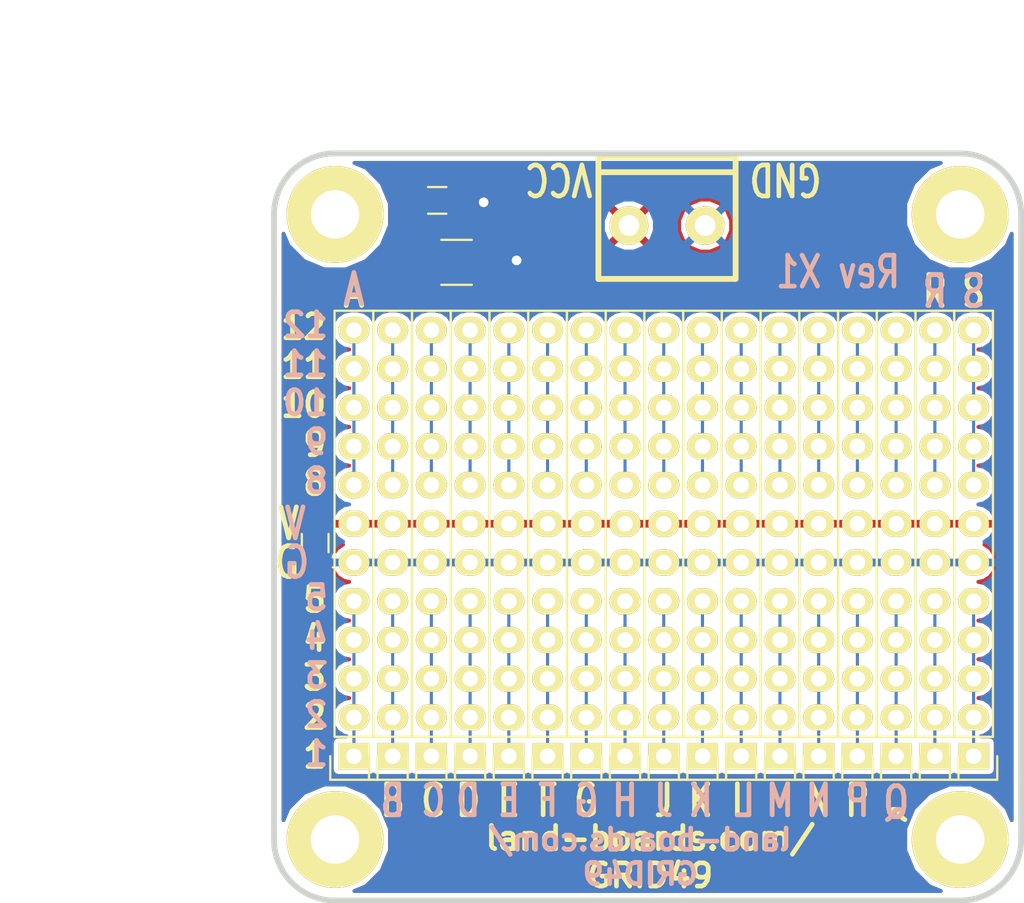
<source format=kicad_pcb>
(kicad_pcb (version 20211014) (generator pcbnew)
  (title_block (date "28 mar 2015") (rev "X1"))
  (layers (0 "F.Cu" signal "Front") (31 "B.Cu" signal "Back") (36 "B.SilkS" user "B.Silkscreen") (37 "F.SilkS" user "F.Silkscreen") (38 "B.Mask" user) (39 "F.Mask" user) (44 "Edge.Cuts" user))
  (net 0 "")
  (net 1 "GND")
  (net 2 "VCC")
  (net 3 "Net-(MTG1-Pad1)")
  (net 4 "Net-(MTG2-Pad1)")
  (net 5 "Net-(MTG3-Pad1)")
  (net 6 "Net-(MTG4-Pad1)")
  (net 7 "Net-(P1-Pad1)")
  (net 8 "Net-(P2-Pad1)")
  (net 9 "Net-(P3-Pad1)")
  (net 10 "Net-(P4-Pad1)")
  (net 11 "Net-(P5-Pad1)")
  (net 12 "Net-(P6-Pad1)")
  (net 13 "Net-(P7-Pad10)")
  (net 14 "Net-(P7-Pad1)")
  (net 15 "Net-(P8-Pad10)")
  (net 16 "Net-(P8-Pad1)")
  (net 17 "Net-(P9-Pad10)")
  (net 18 "Net-(P9-Pad1)")
  (net 19 "Net-(P10-Pad10)")
  (net 20 "Net-(P10-Pad1)")
  (net 21 "Net-(P11-Pad10)")
  (net 22 "Net-(P11-Pad1)")
  (net 23 "Net-(P12-Pad10)")
  (net 24 "Net-(P12-Pad1)")
  (net 25 "Net-(P13-Pad10)")
  (net 26 "Net-(P13-Pad1)")
  (net 27 "Net-(P14-Pad10)")
  (net 28 "Net-(P14-Pad1)")
  (net 29 "Net-(P15-Pad10)")
  (net 30 "Net-(P15-Pad1)")
  (net 31 "Net-(P16-Pad10)")
  (net 32 "Net-(P16-Pad1)")
  (net 33 "Net-(P17-Pad10)")
  (net 34 "Net-(P17-Pad1)")
  (net 35 "Net-(P1-Pad10)")
  (net 36 "Net-(P2-Pad10)")
  (net 37 "Net-(P3-Pad10)")
  (net 38 "Net-(P4-Pad10)")
  (net 39 "Net-(P5-Pad10)")
  (net 40 "Net-(P6-Pad10)")
  (footprint "MTG-4-40" (layer "F.Cu") (at 14 55)
    (fp_text reference "MTG3" hide)
    (fp_text value "CONN_1" hide)
  )
  (footprint "MTG-4-40" (layer "F.Cu") (at 55 55)
    (fp_text reference "MTG4" hide)
    (fp_text value "CONN_1" hide)
  )
  (footprint "MTG-4-40" (layer "F.Cu") (at 55 14)
    (fp_text reference "MTG2" hide)
    (fp_text value "CONN_1" hide)
  )
  (footprint "MTG-4-40" (layer "F.Cu") (at 14 14)
    (fp_text reference "MTG1" hide)
    (fp_text value "CONN_1" hide)
  )
  (footprint "dougsLib:TB2-5MM" (layer "F.Cu") (at 33.274 14.732)
    (fp_text reference "H1" hide)
    (fp_text value "CONN_2" hide)
  )
  (footprint "Pin_Headers:Pin_Header_Straight_1x12" (layer "F.Cu") (at 15.24 49.53 180)
    (fp_text reference "P1" hide)
    (fp_text value "CONN_01X12" hide)
  )
  (footprint "Pin_Headers:Pin_Header_Straight_1x12" (layer "F.Cu") (at 17.78 49.53 180)
    (fp_text reference "P2" hide)
    (fp_text value "CONN_01X12" hide)
  )
  (footprint "Pin_Headers:Pin_Header_Straight_1x12" (layer "F.Cu") (at 20.32 49.53 180)
    (fp_text reference "P3" hide)
    (fp_text value "CONN_01X12" hide)
  )
  (footprint "Pin_Headers:Pin_Header_Straight_1x12" (layer "F.Cu") (at 22.86 49.53 180)
    (fp_text reference "P4" hide)
    (fp_text value "CONN_01X12" hide)
  )
  (footprint "Pin_Headers:Pin_Header_Straight_1x12" (layer "F.Cu") (at 25.4 49.53 180)
    (fp_text reference "P5" hide)
    (fp_text value "CONN_01X12" hide)
  )
  (footprint "Pin_Headers:Pin_Header_Straight_1x12" (layer "F.Cu") (at 27.94 49.53 180)
    (fp_text reference "P6" hide)
    (fp_text value "CONN_01X12" hide)
  )
  (footprint "Pin_Headers:Pin_Header_Straight_1x12" (layer "F.Cu") (at 35.56 49.53 180)
    (fp_text reference "P7" hide)
    (fp_text value "CONN_01X12" hide)
  )
  (footprint "Pin_Headers:Pin_Header_Straight_1x12" (layer "F.Cu") (at 33.02 49.53 180)
    (fp_text reference "P8" hide)
    (fp_text value "CONN_01X12" hide)
  )
  (footprint "Pin_Headers:Pin_Header_Straight_1x12" (layer "F.Cu") (at 40.64 49.53 180)
    (fp_text reference "P9" hide)
    (fp_text value "CONN_01X12" hide)
  )
  (footprint "Pin_Headers:Pin_Header_Straight_1x12" (layer "F.Cu") (at 43.18 49.53 180)
    (fp_text reference "P10" hide)
    (fp_text value "CONN_01X12" hide)
  )
  (footprint "Pin_Headers:Pin_Header_Straight_1x12" (layer "F.Cu") (at 30.48 49.53 180)
    (fp_text reference "P11" hide)
    (fp_text value "CONN_01X12" hide)
  )
  (footprint "Pin_Headers:Pin_Header_Straight_1x12" (layer "F.Cu") (at 38.1 49.53 180)
    (fp_text reference "P12" hide)
    (fp_text value "CONN_01X12" hide)
  )
  (footprint "Pin_Headers:Pin_Header_Straight_1x12" (layer "F.Cu") (at 45.72 49.53 180)
    (fp_text reference "P13" hide)
    (fp_text value "CONN_01X12" hide)
  )
  (footprint "Pin_Headers:Pin_Header_Straight_1x12" (layer "F.Cu") (at 48.26 49.53 180)
    (fp_text reference "P14" hide)
    (fp_text value "CONN_01X12" hide)
  )
  (footprint "Pin_Headers:Pin_Header_Straight_1x12" (layer "F.Cu") (at 50.8 49.53 180)
    (fp_text reference "P15" hide)
    (fp_text value "CONN_01X12" hide)
  )
  (footprint "Pin_Headers:Pin_Header_Straight_1x12" (layer "F.Cu") (at 53.34 49.53 180)
    (fp_text reference "P16" hide)
    (fp_text value "CONN_01X12" hide)
  )
  (footprint "Pin_Headers:Pin_Header_Straight_1x12" (layer "F.Cu") (at 55.88 49.53 180)
    (fp_text reference "P17" hide)
    (fp_text value "CONN_01X12" hide)
  )
  (footprint "Resistors_SMD:R_1210_HandSoldering" (layer "F.Cu") (at 21.971 17.145)
    (fp_text reference "C1" hide)
    (fp_text value "0.1uF" hide)
  )
  (footprint "Resistors_SMD:R_0805_HandSoldering" (layer "F.Cu") (at 12.7 35.56 -90)
    (fp_text reference "C2" hide)
    (fp_text value "0.1uF" hide)
  )
  (footprint "Resistors_SMD:R_0805_HandSoldering" (layer "F.Cu") (at 20.701 13.081)
    (fp_text reference "C4" hide)
    (fp_text value "0.1uF" hide)
  )
  (gr_arc (start 14 59) (mid 11.171573 57.828427) (end 10 55) (layer "Edge.Cuts") (width 0.381))
  (gr_line (start 14 10) (end 55 10) (layer "Edge.Cuts") (width 0.381))
  (gr_arc (start 10 14) (mid 11.171573 11.171573) (end 14 10) (layer "Edge.Cuts") (width 0.381))
  (gr_line (start 55 59) (end 14 59) (layer "Edge.Cuts") (width 0.381))
  (gr_arc (start 59 55) (mid 57.828427 57.828427) (end 55 59) (layer "Edge.Cuts") (width 0.381))
  (gr_line (start 59 14) (end 59 55) (layer "Edge.Cuts") (width 0.381))
  (gr_arc (start 55 10) (mid 57.828427 11.171573) (end 59 14) (layer "Edge.Cuts") (width 0.381))
  (gr_line (start 10 55) (end 10 14) (layer "Edge.Cuts") (width 0.381))
  (gr_text "K" (at 37.973 52.451) (layer "B.SilkS") (effects (font (size 2.032 1.524) (thickness 0.3048)) (justify mirror)))
  (gr_text "L" (at 40.894 52.451) (layer "B.SilkS") (effects (font (size 2.032 1.524) (thickness 0.3048)) (justify mirror)))
  (gr_text "P" (at 48.26 52.451) (layer "B.SilkS") (effects (font (size 2.032 1.524) (thickness 0.3048)) (justify mirror)))
  (gr_text "V" (at 10.541 34.29) (layer "B.SilkS") (effects (font (size 2.032 1.524) (thickness 0.3048)) (justify right mirror)))
  (gr_text "J" (at 35.56 52.451) (layer "B.SilkS") (effects (font (size 2.032 1.524) (thickness 0.3048)) (justify mirror)))
  (gr_text "Q" (at 50.8 52.578) (layer "B.SilkS") (effects (font (size 2.032 1.524) (thickness 0.3048)) (justify mirror)))
  (gr_text "land-boards.com/\nGRID49" (at 34.036 56.134) (layer "B.SilkS") (effects (font (size 1.397 1.397) (thickness 0.3048)) (justify mirror)))
  (gr_text "A" (at 15.24 18.923) (layer "B.SilkS") (effects (font (size 2.032 1.524) (thickness 0.3048)) (justify mirror)))
  (gr_text "G" (at 30.48 52.451) (layer "B.SilkS") (effects (font (size 2.032 1.524) (thickness 0.3048)) (justify mirror)))
  (gr_text "B" (at 17.78 52.451) (layer "B.SilkS") (effects (font (size 2.032 1.524) (thickness 0.3048)) (justify mirror)))
  (gr_text "F" (at 27.94 52.451) (layer "B.SilkS") (effects (font (size 2.032 1.524) (thickness 0.3048)) (justify mirror)))
  (gr_text "G" (at 10.541 36.83) (layer "B.SilkS") (effects (font (size 2.032 1.524) (thickness 0.3048)) (justify right mirror)))
  (gr_text "S" (at 55.88 19.05) (layer "B.SilkS") (effects (font (size 2.032 1.524) (thickness 0.3048)) (justify mirror)))
  (gr_text "R" (at 53.34 19.05) (layer "B.SilkS") (effects (font (size 2.032 1.524) (thickness 0.3048)) (justify mirror)))
  (gr_text "C" (at 20.447 52.451) (layer "B.SilkS") (effects (font (size 2.032 1.524) (thickness 0.3048)) (justify mirror)))
  (gr_text "Rev X1" (at 46.99 17.78) (layer "B.SilkS") (effects (font (size 2.032 1.524) (thickness 0.3048)) (justify mirror)))
  (gr_text "D" (at 22.733 52.451) (layer "B.SilkS") (effects (font (size 2.032 1.524) (thickness 0.3048)) (justify mirror)))
  (gr_text "12\n11\n10\n9\n8\n\n\n5\n4\n3\n2\n1" (at 13.716 35.306) (layer "B.SilkS") (effects (font (size 1.5875 1.524) (thickness 0.3048)) (justify left mirror)))
  (gr_text "H" (at 33.02 52.451) (layer "B.SilkS") (effects (font (size 2.032 1.524) (thickness 0.3048)) (justify mirror)))
  (gr_text "M" (at 43.18 52.451) (layer "B.SilkS") (effects (font (size 2.032 1.524) (thickness 0.3048)) (justify mirror)))
  (gr_text "N" (at 45.72 52.451) (layer "B.SilkS") (effects (font (size 2.032 1.524) (thickness 0.3048)) (justify mirror)))
  (gr_text "E" (at 25.4 52.451) (layer "B.SilkS") (effects (font (size 2.032 1.524) (thickness 0.3048)) (justify mirror)))
  (gr_text "A" (at 15.24 19.05) (layer "F.SilkS") (effects (font (size 2.032 1.524) (thickness 0.3048))))
  (gr_text "12\n11\n10\n9\n8\n\n\n5\n4\n3\n2\n1" (at 13.589 35.433) (layer "F.SilkS") (effects (font (size 1.5875 1.524) (thickness 0.3048)) (justify right)))
  (gr_text "VCC" (at 26.289 11.684 180) (layer "F.SilkS") (effects (font (size 2.032 1.524) (thickness 0.3048)) (justify right)))
  (gr_text "K" (at 37.973 52.451) (layer "F.SilkS") (effects (font (size 2.032 1.524) (thickness 0.3048))))
  (gr_text "S" (at 55.88 19.05) (layer "F.SilkS") (effects (font (size 2.032 1.524) (thickness 0.3048))))
  (gr_text "C" (at 20.447 52.451) (layer "F.SilkS") (effects (font (size 2.032 1.524) (thickness 0.3048))))
  (gr_text "G" (at 11.811 36.83) (layer "F.SilkS") (effects (font (size 2.032 1.524) (thickness 0.3048)) (justify right)))
  (gr_text "F" (at 27.94 52.451) (layer "F.SilkS") (effects (font (size 2.032 1.524) (thickness 0.3048))))
  (gr_text "J" (at 35.56 52.451) (layer "F.SilkS") (effects (font (size 2.032 1.524) (thickness 0.3048))))
  (gr_text "M" (at 43.18 52.451) (layer "F.SilkS") (effects (font (size 2.032 1.524) (thickness 0.3048))))
  (gr_text "Q" (at 50.8 52.578) (layer "F.SilkS") (effects (font (size 2.032 1.524) (thickness 0.3048))))
  (gr_text "D" (at 22.733 52.451) (layer "F.SilkS") (effects (font (size 2.032 1.524) (thickness 0.3048))))
  (gr_text "L" (at 40.64 52.451) (layer "F.SilkS") (effects (font (size 2.032 1.524) (thickness 0.3048))))
  (gr_text "P" (at 48.26 52.451) (layer "F.SilkS") (effects (font (size 2.032 1.524) (thickness 0.3048))))
  (gr_text "N" (at 45.72 52.451) (layer "F.SilkS") (effects (font (size 2.032 1.524) (thickness 0.3048))))
  (gr_text "R" (at 53.34 19.05) (layer "F.SilkS") (effects (font (size 2.032 1.524) (thickness 0.3048))))
  (gr_text "V" (at 11.811 34.29) (layer "F.SilkS") (effects (font (size 2.032 1.524) (thickness 0.3048)) (justify right)))
  (gr_text "land-boards.com/\nGRID49" (at 34.671 56.134) (layer "F.SilkS") (effects (font (size 1.524 1.524) (thickness 0.3048))))
  (gr_text "B" (at 17.78 52.451) (layer "F.SilkS") (effects (font (size 2.032 1.524) (thickness 0.3048))))
  (gr_text "H" (at 33.02 52.451) (layer "F.SilkS") (effects (font (size 2.032 1.524) (thickness 0.3048))))
  (gr_text "GND" (at 41.021 11.684 180) (layer "F.SilkS") (effects (font (size 2.032 1.524) (thickness 0.3048)) (justify right)))
  (gr_text "E" (at 25.4 52.451) (layer "F.SilkS") (effects (font (size 2.032 1.524) (thickness 0.3048))))
  (gr_text "G" (at 30.48 52.451) (layer "F.SilkS") (effects (font (size 2.032 1.524) (thickness 0.3048))))
  (segment (start 13.97 36.83) (end 13.6525 36.5125) (width 0.2032) (layer "F.Cu") (net 1))
  (segment (start 13.6525 36.5125) (end 12.7 36.5125) (width 0.2032) (layer "F.Cu") (net 1))
  (segment (start 22.733 13.081) (end 23.749 13.208) (width 0.254) (layer "F.Cu") (net 1))
  (segment (start 25.781 17.145) (end 25.908 17.018) (width 0.254) (layer "F.Cu") (net 1))
  (segment (start 15.24 36.83) (end 13.97 36.83) (width 0.2032) (layer "F.Cu") (net 1))
  (segment (start 23.971 17.145) (end 25.781 17.145) (width 0.254) (layer "F.Cu") (net 1))
  (segment (start 21.6535 13.081) (end 22.733 13.081) (width 0.254) (layer "F.Cu") (net 1))
  (via (at 23.749 13.208) (size 0.889) (drill 0.635) (layers "F.Cu" "B.Cu") (net 1))
  (via (at 25.908 17.018) (size 0.889) (drill 0.635) (layers "F.Cu" "B.Cu") (net 1))
  (segment (start 15.24 41.91) (end 15.24 44.45) (width 0.2032) (layer "B.Cu") (net 7))
  (segment (start 15.24 44.45) (end 15.24 46.99) (width 0.2032) (layer "B.Cu") (net 7))
  (segment (start 15.24 46.99) (end 15.24 49.53) (width 0.2032) (layer "B.Cu") (net 7))
  (segment (start 15.24 39.37) (end 15.24 41.91) (width 0.2032) (layer "B.Cu") (net 7))
  (segment (start 17.78 41.91) (end 17.78 44.45) (width 0.2032) (layer "B.Cu") (net 8))
  (segment (start 17.78 44.45) (end 17.78 46.99) (width 0.2032) (layer "B.Cu") (net 8))
  (segment (start 17.78 46.99) (end 17.78 49.53) (width 0.2032) (layer "B.Cu") (net 8))
  (segment (start 17.78 39.37) (end 17.78 41.91) (width 0.2032) (layer "B.Cu") (net 8))
  (segment (start 20.32 41.91) (end 20.32 44.45) (width 0.2032) (layer "B.Cu") (net 9))
  (segment (start 20.32 44.45) (end 20.32 46.99) (width 0.2032) (layer "B.Cu") (net 9))
  (segment (start 20.32 46.99) (end 20.32 49.53) (width 0.2032) (layer "B.Cu") (net 9))
  (segment (start 20.32 39.37) (end 20.32 41.91) (width 0.2032) (layer "B.Cu") (net 9))
  (segment (start 22.86 41.91) (end 22.86 44.45) (width 0.2032) (layer "B.Cu") (net 10))
  (segment (start 22.86 44.45) (end 22.86 46.99) (width 0.2032) (layer "B.Cu") (net 10))
  (segment (start 22.86 46.99) (end 22.86 49.53) (width 0.2032) (layer "B.Cu") (net 10))
  (segment (start 22.86 39.37) (end 22.86 41.91) (width 0.2032) (layer "B.Cu") (net 10))
  (segment (start 25.4 41.91) (end 25.4 44.45) (width 0.2032) (layer "B.Cu") (net 11))
  (segment (start 25.4 44.45) (end 25.4 46.99) (width 0.2032) (layer "B.Cu") (net 11))
  (segment (start 25.4 46.99) (end 25.4 49.53) (width 0.2032) (layer "B.Cu") (net 11))
  (segment (start 25.4 39.37) (end 25.4 41.91) (width 0.2032) (layer "B.Cu") (net 11))
  (segment (start 27.94 41.91) (end 27.94 44.45) (width 0.2032) (layer "B.Cu") (net 12))
  (segment (start 27.94 44.45) (end 27.94 46.99) (width 0.2032) (layer "B.Cu") (net 12))
  (segment (start 27.94 46.99) (end 27.94 49.53) (width 0.2032) (layer "B.Cu") (net 12))
  (segment (start 27.94 39.37) (end 27.94 41.91) (width 0.2032) (layer "B.Cu") (net 12))
  (segment (start 35.56 29.21) (end 35.56 26.67) (width 0.2032) (layer "B.Cu") (net 13))
  (segment (start 35.56 26.67) (end 35.56 24.13) (width 0.2032) (layer "B.Cu") (net 13))
  (segment (start 35.56 24.13) (end 35.56 21.59) (width 0.2032) (layer "B.Cu") (net 13))
  (segment (start 35.56 31.75) (end 35.56 29.21) (width 0.2032) (layer "B.Cu") (net 13))
  (segment (start 35.56 46.99) (end 35.56 44.45) (width 0.2032) (layer "B.Cu") (net 14))
  (segment (start 35.56 44.45) (end 35.56 41.91) (width 0.2032) (layer "B.Cu") (net 14))
  (segment (start 35.56 41.91) (end 35.56 39.37) (width 0.2032) (layer "B.Cu") (net 14))
  (segment (start 35.56 49.53) (end 35.56 46.99) (width 0.2032) (layer "B.Cu") (net 14))
  (segment (start 33.02 29.21) (end 33.02 26.67) (width 0.2032) (layer "B.Cu") (net 15))
  (segment (start 33.02 26.67) (end 33.02 24.13) (width 0.2032) (layer "B.Cu") (net 15))
  (segment (start 33.02 24.13) (end 33.02 21.59) (width 0.2032) (layer "B.Cu") (net 15))
  (segment (start 33.02 31.75) (end 33.02 29.21) (width 0.2032) (layer "B.Cu") (net 15))
  (segment (start 33.02 41.91) (end 33.02 44.45) (width 0.2032) (layer "B.Cu") (net 16))
  (segment (start 33.02 44.45) (end 33.02 46.99) (width 0.2032) (layer "B.Cu") (net 16))
  (segment (start 33.02 46.99) (end 33.02 49.53) (width 0.2032) (layer "B.Cu") (net 16))
  (segment (start 33.02 39.37) (end 33.02 41.91) (width 0.2032) (layer "B.Cu") (net 16))
  (segment (start 40.64 29.21) (end 40.64 26.67) (width 0.2032) (layer "B.Cu") (net 17))
  (segment (start 40.64 26.67) (end 40.64 24.13) (width 0.2032) (layer "B.Cu") (net 17))
  (segment (start 40.64 24.13) (end 40.64 21.59) (width 0.2032) (layer "B.Cu") (net 17))
  (segment (start 40.64 31.75) (end 40.64 29.21) (width 0.2032) (layer "B.Cu") (net 17))
  (segment (start 40.64 41.91) (end 40.64 44.45) (width 0.2032) (layer "B.Cu") (net 18))
  (segment (start 40.64 44.45) (end 40.64 46.99) (width 0.2032) (layer "B.Cu") (net 18))
  (segment (start 40.64 46.99) (end 40.64 49.53) (width 0.2032) (layer "B.Cu") (net 18))
  (segment (start 40.64 39.37) (end 40.64 41.91) (width 0.2032) (layer "B.Cu") (net 18))
  (segment (start 43.18 29.21) (end 43.18 26.67) (width 0.2032) (layer "B.Cu") (net 19))
  (segment (start 43.18 26.67) (end 43.18 24.13) (width 0.2032) (layer "B.Cu") (net 19))
  (segment (start 43.18 24.13) (end 43.18 21.59) (width 0.2032) (layer "B.Cu") (net 19))
  (segment (start 43.18 31.75) (end 43.18 29.21) (width 0.2032) (layer "B.Cu") (net 19))
  (segment (start 43.18 46.99) (end 43.18 44.45) (width 0.2032) (layer "B.Cu") (net 20))
  (segment (start 43.18 44.45) (end 43.18 41.91) (width 0.2032) (layer "B.Cu") (net 20))
  (segment (start 43.18 41.91) (end 43.18 39.37) (width 0.2032) (layer "B.Cu") (net 20))
  (segment (start 43.18 49.53) (end 43.18 46.99) (width 0.2032) (layer "B.Cu") (net 20))
  (segment (start 30.48 29.21) (end 30.48 26.67) (width 0.2032) (layer "B.Cu") (net 21))
  (segment (start 30.48 26.67) (end 30.48 24.13) (width 0.2032) (layer "B.Cu") (net 21))
  (segment (start 30.48 24.13) (end 30.48 21.59) (width 0.2032) (layer "B.Cu") (net 21))
  (segment (start 30.48 31.75) (end 30.48 29.21) (width 0.2032) (layer "B.Cu") (net 21))
  (segment (start 30.48 41.91) (end 30.48 44.45) (width 0.2032) (layer "B.Cu") (net 22))
  (segment (start 30.48 44.45) (end 30.48 46.99) (width 0.2032) (layer "B.Cu") (net 22))
  (segment (start 30.48 46.99) (end 30.48 49.53) (width 0.2032) (layer "B.Cu") (net 22))
  (segment (start 30.48 39.37) (end 30.48 41.91) (width 0.2032) (layer "B.Cu") (net 22))
  (segment (start 38.1 29.21) (end 38.1 26.67) (width 0.2032) (layer "B.Cu") (net 23))
  (segment (start 38.1 26.67) (end 38.1 24.13) (width 0.2032) (layer "B.Cu") (net 23))
  (segment (start 38.1 24.13) (end 38.1 21.59) (width 0.2032) (layer "B.Cu") (net 23))
  (segment (start 38.1 31.75) (end 38.1 29.21) (width 0.2032) (layer "B.Cu") (net 23))
  (segment (start 38.1 41.91) (end 38.1 44.45) (width 0.2032) (layer "B.Cu") (net 24))
  (segment (start 38.1 44.45) (end 38.1 46.99) (width 0.2032) (layer "B.Cu") (net 24))
  (segment (start 38.1 46.99) (end 38.1 49.53) (width 0.2032) (layer "B.Cu") (net 24))
  (segment (start 38.1 39.37) (end 38.1 41.91) (width 0.2032) (layer "B.Cu") (net 24))
  (segment (start 45.72 29.21) (end 45.72 26.67) (width 0.2032) (layer "B.Cu") (net 25))
  (segment (start 45.72 26.67) (end 45.72 24.13) (width 0.2032) (layer "B.Cu") (net 25))
  (segment (start 45.72 24.13) (end 45.72 21.59) (width 0.2032) (layer "B.Cu") (net 25))
  (segment (start 45.72 31.75) (end 45.72 29.21) (width 0.2032) (layer "B.Cu") (net 25))
  (segment (start 45.72 41.91) (end 45.72 44.45) (width 0.2032) (layer "B.Cu") (net 26))
  (segment (start 45.72 44.45) (end 45.72 46.99) (width 0.2032) (layer "B.Cu") (net 26))
  (segment (start 45.72 46.99) (end 45.72 49.53) (width 0.2032) (layer "B.Cu") (net 26))
  (segment (start 45.72 39.37) (end 45.72 41.91) (width 0.2032) (layer "B.Cu") (net 26))
  (segment (start 48.26 29.21) (end 48.26 26.67) (width 0.2032) (layer "B.Cu") (net 27))
  (segment (start 48.26 26.67) (end 48.26 24.13) (width 0.2032) (layer "B.Cu") (net 27))
  (segment (start 48.26 24.13) (end 48.26 21.59) (width 0.2032) (layer "B.Cu") (net 27))
  (segment (start 48.26 31.75) (end 48.26 29.21) (width 0.2032) (layer "B.Cu") (net 27))
  (segment (start 48.26 41.91) (end 48.26 44.45) (width 0.2032) (layer "B.Cu") (net 28))
  (segment (start 48.26 44.45) (end 48.26 46.99) (width 0.2032) (layer "B.Cu") (net 28))
  (segment (start 48.26 46.99) (end 48.26 49.53) (width 0.2032) (layer "B.Cu") (net 28))
  (segment (start 48.26 39.37) (end 48.26 41.91) (width 0.2032) (layer "B.Cu") (net 28))
  (segment (start 50.8 29.21) (end 50.8 26.67) (width 0.2032) (layer "B.Cu") (net 29))
  (segment (start 50.8 26.67) (end 50.8 24.13) (width 0.2032) (layer "B.Cu") (net 29))
  (segment (start 50.8 24.13) (end 50.8 21.59) (width 0.2032) (layer "B.Cu") (net 29))
  (segment (start 50.8 31.75) (end 50.8 29.21) (width 0.2032) (layer "B.Cu") (net 29))
  (segment (start 50.8 41.91) (end 50.8 44.45) (width 0.2032) (layer "B.Cu") (net 30))
  (segment (start 50.8 44.45) (end 50.8 46.99) (width 0.2032) (layer "B.Cu") (net 30))
  (segment (start 50.8 46.99) (end 50.8 49.53) (width 0.2032) (layer "B.Cu") (net 30))
  (segment (start 50.8 39.37) (end 50.8 41.91) (width 0.2032) (layer "B.Cu") (net 30))
  (segment (start 53.34 29.21) (end 53.34 26.67) (width 0.2032) (layer "B.Cu") (net 31))
  (segment (start 53.34 26.67) (end 53.34 24.13) (width 0.2032) (layer "B.Cu") (net 31))
  (segment (start 53.34 24.13) (end 53.34 21.59) (width 0.2032) (layer "B.Cu") (net 31))
  (segment (start 53.34 31.75) (end 53.34 29.21) (width 0.2032) (layer "B.Cu") (net 31))
  (segment (start 53.34 41.91) (end 53.34 44.45) (width 0.2032) (layer "B.Cu") (net 32))
  (segment (start 53.34 44.45) (end 53.34 46.99) (width 0.2032) (layer "B.Cu") (net 32))
  (segment (start 53.34 46.99) (end 53.34 49.53) (width 0.2032) (layer "B.Cu") (net 32))
  (segment (start 53.34 39.37) (end 53.34 41.91) (width 0.2032) (layer "B.Cu") (net 32))
  (segment (start 55.88 29.21) (end 55.88 26.67) (width 0.2032) (layer "B.Cu") (net 33))
  (segment (start 55.88 26.67) (end 55.88 24.13) (width 0.2032) (layer "B.Cu") (net 33))
  (segment (start 55.88 24.13) (end 55.88 21.59) (width 0.2032) (layer "B.Cu") (net 33))
  (segment (start 55.88 31.75) (end 55.88 29.21) (width 0.2032) (layer "B.Cu") (net 33))
  (segment (start 55.88 41.91) (end 55.88 44.45) (width 0.2032) (layer "B.Cu") (net 34))
  (segment (start 55.88 44.45) (end 55.88 46.99) (width 0.2032) (layer "B.Cu") (net 34))
  (segment (start 55.88 46.99) (end 55.88 49.53) (width 0.2032) (layer "B.Cu") (net 34))
  (segment (start 55.88 39.37) (end 55.88 41.91) (width 0.2032) (layer "B.Cu") (net 34))
  (segment (start 15.24 29.21) (end 15.24 26.67) (width 0.2032) (layer "B.Cu") (net 35))
  (segment (start 15.24 26.67) (end 15.24 24.13) (width 0.2032) (layer "B.Cu") (net 35))
  (segment (start 15.24 24.13) (end 15.24 21.59) (width 0.2032) (layer "B.Cu") (net 35))
  (segment (start 15.24 31.75) (end 15.24 29.21) (width 0.2032) (layer "B.Cu") (net 35))
  (segment (start 17.78 29.21) (end 17.78 26.67) (width 0.2032) (layer "B.Cu") (net 36))
  (segment (start 17.78 26.67) (end 17.78 24.13) (width 0.2032) (layer "B.Cu") (net 36))
  (segment (start 17.78 24.13) (end 17.78 21.59) (width 0.2032) (layer "B.Cu") (net 36))
  (segment (start 17.78 31.75) (end 17.78 29.21) (width 0.2032) (layer "B.Cu") (net 36))
  (segment (start 20.32 29.21) (end 20.32 26.67) (width 0.2032) (layer "B.Cu") (net 37))
  (segment (start 20.32 26.67) (end 20.32 24.13) (width 0.2032) (layer "B.Cu") (net 37))
  (segment (start 20.32 24.13) (end 20.32 21.59) (width 0.2032) (layer "B.Cu") (net 37))
  (segment (start 20.32 31.75) (end 20.32 29.21) (width 0.2032) (layer "B.Cu") (net 37))
  (segment (start 22.86 29.21) (end 22.86 26.67) (width 0.2032) (layer "B.Cu") (net 38))
  (segment (start 22.86 26.67) (end 22.86 24.13) (width 0.2032) (layer "B.Cu") (net 38))
  (segment (start 22.86 24.13) (end 22.86 21.59) (width 0.2032) (layer "B.Cu") (net 38))
  (segment (start 22.86 31.75) (end 22.86 29.21) (width 0.2032) (layer "B.Cu") (net 38))
  (segment (start 25.4 29.21) (end 25.4 26.67) (width 0.2032) (layer "B.Cu") (net 39))
  (segment (start 25.4 26.67) (end 25.4 24.13) (width 0.2032) (layer "B.Cu") (net 39))
  (segment (start 25.4 24.13) (end 25.4 21.59) (width 0.2032) (layer "B.Cu") (net 39))
  (segment (start 25.4 31.75) (end 25.4 29.21) (width 0.2032) (layer "B.Cu") (net 39))
  (segment (start 27.94 29.21) (end 27.94 26.67) (width 0.2032) (layer "B.Cu") (net 40))
  (segment (start 27.94 26.67) (end 27.94 24.13) (width 0.2032) (layer "B.Cu") (net 40))
  (segment (start 27.94 24.13) (end 27.94 21.59) (width 0.2032) (layer "B.Cu") (net 40))
  (segment (start 27.94 31.75) (end 27.94 29.21) (width 0.2032) (layer "B.Cu") (net 40))
  (zone (net 2) (net_name "VCC") (layer "F.Cu") (connect_pads (clearance 0.3048)) (min_thickness 0.254) (fill yes (thermal_gap 0.508) (thermal_bridge_width 0.508))
    (polygon (pts (xy 13.97 10.16) (xy 54.61 10.16) (xy 59.055 14.605) (xy 59.055 55.245) (xy 53.975 59.055) (xy 14.605 59.055) (xy 10.16 53.975) (xy 10.16 13.97)))
  )
  (zone (net 1) (net_name "GND") (layer "B.Cu") (connect_pads (clearance 0.3048)) (min_thickness 0.254) (fill yes (thermal_gap 0.508) (thermal_bridge_width 0.508))
    (polygon (pts (xy 13.335 10.16) (xy 54.61 10.16) (xy 59.055 14.605) (xy 59.055 53.34) (xy 53.975 59.055) (xy 14.605 59.055) (xy 10.16 53.975) (xy 10.16 13.335)))
  )
)
</source>
